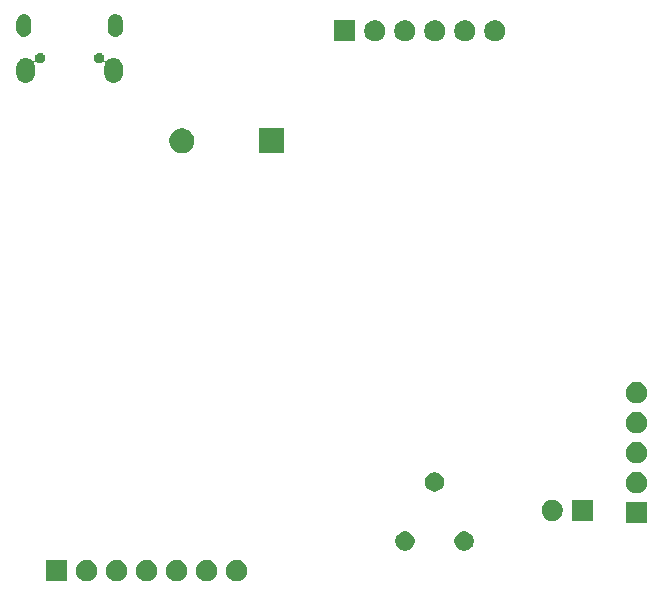
<source format=gbr>
G04 #@! TF.GenerationSoftware,KiCad,Pcbnew,5.1.5-52549c5~84~ubuntu18.04.1*
G04 #@! TF.CreationDate,2020-02-13T09:09:10+01:00*
G04 #@! TF.ProjectId,project,70726f6a-6563-4742-9e6b-696361645f70,rev?*
G04 #@! TF.SameCoordinates,Original*
G04 #@! TF.FileFunction,Soldermask,Bot*
G04 #@! TF.FilePolarity,Negative*
%FSLAX46Y46*%
G04 Gerber Fmt 4.6, Leading zero omitted, Abs format (unit mm)*
G04 Created by KiCad (PCBNEW 5.1.5-52549c5~84~ubuntu18.04.1) date 2020-02-13 09:09:10*
%MOMM*%
%LPD*%
G04 APERTURE LIST*
%ADD10C,0.100000*%
G04 APERTURE END LIST*
D10*
G36*
X64353512Y-82103927D02*
G01*
X64502812Y-82133624D01*
X64666784Y-82201544D01*
X64814354Y-82300147D01*
X64939853Y-82425646D01*
X65038456Y-82573216D01*
X65106376Y-82737188D01*
X65141000Y-82911259D01*
X65141000Y-83088741D01*
X65106376Y-83262812D01*
X65038456Y-83426784D01*
X64939853Y-83574354D01*
X64814354Y-83699853D01*
X64666784Y-83798456D01*
X64502812Y-83866376D01*
X64353512Y-83896073D01*
X64328742Y-83901000D01*
X64151258Y-83901000D01*
X64126488Y-83896073D01*
X63977188Y-83866376D01*
X63813216Y-83798456D01*
X63665646Y-83699853D01*
X63540147Y-83574354D01*
X63441544Y-83426784D01*
X63373624Y-83262812D01*
X63339000Y-83088741D01*
X63339000Y-82911259D01*
X63373624Y-82737188D01*
X63441544Y-82573216D01*
X63540147Y-82425646D01*
X63665646Y-82300147D01*
X63813216Y-82201544D01*
X63977188Y-82133624D01*
X64126488Y-82103927D01*
X64151258Y-82099000D01*
X64328742Y-82099000D01*
X64353512Y-82103927D01*
G37*
G36*
X61813512Y-82103927D02*
G01*
X61962812Y-82133624D01*
X62126784Y-82201544D01*
X62274354Y-82300147D01*
X62399853Y-82425646D01*
X62498456Y-82573216D01*
X62566376Y-82737188D01*
X62601000Y-82911259D01*
X62601000Y-83088741D01*
X62566376Y-83262812D01*
X62498456Y-83426784D01*
X62399853Y-83574354D01*
X62274354Y-83699853D01*
X62126784Y-83798456D01*
X61962812Y-83866376D01*
X61813512Y-83896073D01*
X61788742Y-83901000D01*
X61611258Y-83901000D01*
X61586488Y-83896073D01*
X61437188Y-83866376D01*
X61273216Y-83798456D01*
X61125646Y-83699853D01*
X61000147Y-83574354D01*
X60901544Y-83426784D01*
X60833624Y-83262812D01*
X60799000Y-83088741D01*
X60799000Y-82911259D01*
X60833624Y-82737188D01*
X60901544Y-82573216D01*
X61000147Y-82425646D01*
X61125646Y-82300147D01*
X61273216Y-82201544D01*
X61437188Y-82133624D01*
X61586488Y-82103927D01*
X61611258Y-82099000D01*
X61788742Y-82099000D01*
X61813512Y-82103927D01*
G37*
G36*
X49901000Y-83901000D02*
G01*
X48099000Y-83901000D01*
X48099000Y-82099000D01*
X49901000Y-82099000D01*
X49901000Y-83901000D01*
G37*
G36*
X51653512Y-82103927D02*
G01*
X51802812Y-82133624D01*
X51966784Y-82201544D01*
X52114354Y-82300147D01*
X52239853Y-82425646D01*
X52338456Y-82573216D01*
X52406376Y-82737188D01*
X52441000Y-82911259D01*
X52441000Y-83088741D01*
X52406376Y-83262812D01*
X52338456Y-83426784D01*
X52239853Y-83574354D01*
X52114354Y-83699853D01*
X51966784Y-83798456D01*
X51802812Y-83866376D01*
X51653512Y-83896073D01*
X51628742Y-83901000D01*
X51451258Y-83901000D01*
X51426488Y-83896073D01*
X51277188Y-83866376D01*
X51113216Y-83798456D01*
X50965646Y-83699853D01*
X50840147Y-83574354D01*
X50741544Y-83426784D01*
X50673624Y-83262812D01*
X50639000Y-83088741D01*
X50639000Y-82911259D01*
X50673624Y-82737188D01*
X50741544Y-82573216D01*
X50840147Y-82425646D01*
X50965646Y-82300147D01*
X51113216Y-82201544D01*
X51277188Y-82133624D01*
X51426488Y-82103927D01*
X51451258Y-82099000D01*
X51628742Y-82099000D01*
X51653512Y-82103927D01*
G37*
G36*
X54193512Y-82103927D02*
G01*
X54342812Y-82133624D01*
X54506784Y-82201544D01*
X54654354Y-82300147D01*
X54779853Y-82425646D01*
X54878456Y-82573216D01*
X54946376Y-82737188D01*
X54981000Y-82911259D01*
X54981000Y-83088741D01*
X54946376Y-83262812D01*
X54878456Y-83426784D01*
X54779853Y-83574354D01*
X54654354Y-83699853D01*
X54506784Y-83798456D01*
X54342812Y-83866376D01*
X54193512Y-83896073D01*
X54168742Y-83901000D01*
X53991258Y-83901000D01*
X53966488Y-83896073D01*
X53817188Y-83866376D01*
X53653216Y-83798456D01*
X53505646Y-83699853D01*
X53380147Y-83574354D01*
X53281544Y-83426784D01*
X53213624Y-83262812D01*
X53179000Y-83088741D01*
X53179000Y-82911259D01*
X53213624Y-82737188D01*
X53281544Y-82573216D01*
X53380147Y-82425646D01*
X53505646Y-82300147D01*
X53653216Y-82201544D01*
X53817188Y-82133624D01*
X53966488Y-82103927D01*
X53991258Y-82099000D01*
X54168742Y-82099000D01*
X54193512Y-82103927D01*
G37*
G36*
X56733512Y-82103927D02*
G01*
X56882812Y-82133624D01*
X57046784Y-82201544D01*
X57194354Y-82300147D01*
X57319853Y-82425646D01*
X57418456Y-82573216D01*
X57486376Y-82737188D01*
X57521000Y-82911259D01*
X57521000Y-83088741D01*
X57486376Y-83262812D01*
X57418456Y-83426784D01*
X57319853Y-83574354D01*
X57194354Y-83699853D01*
X57046784Y-83798456D01*
X56882812Y-83866376D01*
X56733512Y-83896073D01*
X56708742Y-83901000D01*
X56531258Y-83901000D01*
X56506488Y-83896073D01*
X56357188Y-83866376D01*
X56193216Y-83798456D01*
X56045646Y-83699853D01*
X55920147Y-83574354D01*
X55821544Y-83426784D01*
X55753624Y-83262812D01*
X55719000Y-83088741D01*
X55719000Y-82911259D01*
X55753624Y-82737188D01*
X55821544Y-82573216D01*
X55920147Y-82425646D01*
X56045646Y-82300147D01*
X56193216Y-82201544D01*
X56357188Y-82133624D01*
X56506488Y-82103927D01*
X56531258Y-82099000D01*
X56708742Y-82099000D01*
X56733512Y-82103927D01*
G37*
G36*
X59273512Y-82103927D02*
G01*
X59422812Y-82133624D01*
X59586784Y-82201544D01*
X59734354Y-82300147D01*
X59859853Y-82425646D01*
X59958456Y-82573216D01*
X60026376Y-82737188D01*
X60061000Y-82911259D01*
X60061000Y-83088741D01*
X60026376Y-83262812D01*
X59958456Y-83426784D01*
X59859853Y-83574354D01*
X59734354Y-83699853D01*
X59586784Y-83798456D01*
X59422812Y-83866376D01*
X59273512Y-83896073D01*
X59248742Y-83901000D01*
X59071258Y-83901000D01*
X59046488Y-83896073D01*
X58897188Y-83866376D01*
X58733216Y-83798456D01*
X58585646Y-83699853D01*
X58460147Y-83574354D01*
X58361544Y-83426784D01*
X58293624Y-83262812D01*
X58259000Y-83088741D01*
X58259000Y-82911259D01*
X58293624Y-82737188D01*
X58361544Y-82573216D01*
X58460147Y-82425646D01*
X58585646Y-82300147D01*
X58733216Y-82201544D01*
X58897188Y-82133624D01*
X59046488Y-82103927D01*
X59071258Y-82099000D01*
X59248742Y-82099000D01*
X59273512Y-82103927D01*
G37*
G36*
X78737142Y-79718242D02*
G01*
X78885101Y-79779529D01*
X79018255Y-79868499D01*
X79131501Y-79981745D01*
X79220471Y-80114899D01*
X79281758Y-80262858D01*
X79313000Y-80419925D01*
X79313000Y-80580075D01*
X79281758Y-80737142D01*
X79220471Y-80885101D01*
X79131501Y-81018255D01*
X79018255Y-81131501D01*
X78885101Y-81220471D01*
X78737142Y-81281758D01*
X78580075Y-81313000D01*
X78419925Y-81313000D01*
X78262858Y-81281758D01*
X78114899Y-81220471D01*
X77981745Y-81131501D01*
X77868499Y-81018255D01*
X77779529Y-80885101D01*
X77718242Y-80737142D01*
X77687000Y-80580075D01*
X77687000Y-80419925D01*
X77718242Y-80262858D01*
X77779529Y-80114899D01*
X77868499Y-79981745D01*
X77981745Y-79868499D01*
X78114899Y-79779529D01*
X78262858Y-79718242D01*
X78419925Y-79687000D01*
X78580075Y-79687000D01*
X78737142Y-79718242D01*
G37*
G36*
X83737142Y-79718242D02*
G01*
X83885101Y-79779529D01*
X84018255Y-79868499D01*
X84131501Y-79981745D01*
X84220471Y-80114899D01*
X84281758Y-80262858D01*
X84313000Y-80419925D01*
X84313000Y-80580075D01*
X84281758Y-80737142D01*
X84220471Y-80885101D01*
X84131501Y-81018255D01*
X84018255Y-81131501D01*
X83885101Y-81220471D01*
X83737142Y-81281758D01*
X83580075Y-81313000D01*
X83419925Y-81313000D01*
X83262858Y-81281758D01*
X83114899Y-81220471D01*
X82981745Y-81131501D01*
X82868499Y-81018255D01*
X82779529Y-80885101D01*
X82718242Y-80737142D01*
X82687000Y-80580075D01*
X82687000Y-80419925D01*
X82718242Y-80262858D01*
X82779529Y-80114899D01*
X82868499Y-79981745D01*
X82981745Y-79868499D01*
X83114899Y-79779529D01*
X83262858Y-79718242D01*
X83419925Y-79687000D01*
X83580075Y-79687000D01*
X83737142Y-79718242D01*
G37*
G36*
X99001000Y-79001000D02*
G01*
X97199000Y-79001000D01*
X97199000Y-77199000D01*
X99001000Y-77199000D01*
X99001000Y-79001000D01*
G37*
G36*
X94401000Y-78801000D02*
G01*
X92599000Y-78801000D01*
X92599000Y-76999000D01*
X94401000Y-76999000D01*
X94401000Y-78801000D01*
G37*
G36*
X91073512Y-77003927D02*
G01*
X91222812Y-77033624D01*
X91386784Y-77101544D01*
X91534354Y-77200147D01*
X91659853Y-77325646D01*
X91758456Y-77473216D01*
X91826376Y-77637188D01*
X91861000Y-77811259D01*
X91861000Y-77988741D01*
X91826376Y-78162812D01*
X91758456Y-78326784D01*
X91659853Y-78474354D01*
X91534354Y-78599853D01*
X91386784Y-78698456D01*
X91222812Y-78766376D01*
X91073512Y-78796073D01*
X91048742Y-78801000D01*
X90871258Y-78801000D01*
X90846488Y-78796073D01*
X90697188Y-78766376D01*
X90533216Y-78698456D01*
X90385646Y-78599853D01*
X90260147Y-78474354D01*
X90161544Y-78326784D01*
X90093624Y-78162812D01*
X90059000Y-77988741D01*
X90059000Y-77811259D01*
X90093624Y-77637188D01*
X90161544Y-77473216D01*
X90260147Y-77325646D01*
X90385646Y-77200147D01*
X90533216Y-77101544D01*
X90697188Y-77033624D01*
X90846488Y-77003927D01*
X90871258Y-76999000D01*
X91048742Y-76999000D01*
X91073512Y-77003927D01*
G37*
G36*
X98213512Y-74663927D02*
G01*
X98362812Y-74693624D01*
X98526784Y-74761544D01*
X98674354Y-74860147D01*
X98799853Y-74985646D01*
X98898456Y-75133216D01*
X98966376Y-75297188D01*
X99001000Y-75471259D01*
X99001000Y-75648741D01*
X98966376Y-75822812D01*
X98898456Y-75986784D01*
X98799853Y-76134354D01*
X98674354Y-76259853D01*
X98526784Y-76358456D01*
X98362812Y-76426376D01*
X98213512Y-76456073D01*
X98188742Y-76461000D01*
X98011258Y-76461000D01*
X97986488Y-76456073D01*
X97837188Y-76426376D01*
X97673216Y-76358456D01*
X97525646Y-76259853D01*
X97400147Y-76134354D01*
X97301544Y-75986784D01*
X97233624Y-75822812D01*
X97199000Y-75648741D01*
X97199000Y-75471259D01*
X97233624Y-75297188D01*
X97301544Y-75133216D01*
X97400147Y-74985646D01*
X97525646Y-74860147D01*
X97673216Y-74761544D01*
X97837188Y-74693624D01*
X97986488Y-74663927D01*
X98011258Y-74659000D01*
X98188742Y-74659000D01*
X98213512Y-74663927D01*
G37*
G36*
X81237142Y-74718242D02*
G01*
X81385101Y-74779529D01*
X81518255Y-74868499D01*
X81631501Y-74981745D01*
X81720471Y-75114899D01*
X81781758Y-75262858D01*
X81813000Y-75419925D01*
X81813000Y-75580075D01*
X81781758Y-75737142D01*
X81720471Y-75885101D01*
X81631501Y-76018255D01*
X81518255Y-76131501D01*
X81385101Y-76220471D01*
X81237142Y-76281758D01*
X81080075Y-76313000D01*
X80919925Y-76313000D01*
X80762858Y-76281758D01*
X80614899Y-76220471D01*
X80481745Y-76131501D01*
X80368499Y-76018255D01*
X80279529Y-75885101D01*
X80218242Y-75737142D01*
X80187000Y-75580075D01*
X80187000Y-75419925D01*
X80218242Y-75262858D01*
X80279529Y-75114899D01*
X80368499Y-74981745D01*
X80481745Y-74868499D01*
X80614899Y-74779529D01*
X80762858Y-74718242D01*
X80919925Y-74687000D01*
X81080075Y-74687000D01*
X81237142Y-74718242D01*
G37*
G36*
X98213512Y-72123927D02*
G01*
X98362812Y-72153624D01*
X98526784Y-72221544D01*
X98674354Y-72320147D01*
X98799853Y-72445646D01*
X98898456Y-72593216D01*
X98966376Y-72757188D01*
X99001000Y-72931259D01*
X99001000Y-73108741D01*
X98966376Y-73282812D01*
X98898456Y-73446784D01*
X98799853Y-73594354D01*
X98674354Y-73719853D01*
X98526784Y-73818456D01*
X98362812Y-73886376D01*
X98213512Y-73916073D01*
X98188742Y-73921000D01*
X98011258Y-73921000D01*
X97986488Y-73916073D01*
X97837188Y-73886376D01*
X97673216Y-73818456D01*
X97525646Y-73719853D01*
X97400147Y-73594354D01*
X97301544Y-73446784D01*
X97233624Y-73282812D01*
X97199000Y-73108741D01*
X97199000Y-72931259D01*
X97233624Y-72757188D01*
X97301544Y-72593216D01*
X97400147Y-72445646D01*
X97525646Y-72320147D01*
X97673216Y-72221544D01*
X97837188Y-72153624D01*
X97986488Y-72123927D01*
X98011258Y-72119000D01*
X98188742Y-72119000D01*
X98213512Y-72123927D01*
G37*
G36*
X98213512Y-69583927D02*
G01*
X98362812Y-69613624D01*
X98526784Y-69681544D01*
X98674354Y-69780147D01*
X98799853Y-69905646D01*
X98898456Y-70053216D01*
X98966376Y-70217188D01*
X99001000Y-70391259D01*
X99001000Y-70568741D01*
X98966376Y-70742812D01*
X98898456Y-70906784D01*
X98799853Y-71054354D01*
X98674354Y-71179853D01*
X98526784Y-71278456D01*
X98362812Y-71346376D01*
X98213512Y-71376073D01*
X98188742Y-71381000D01*
X98011258Y-71381000D01*
X97986488Y-71376073D01*
X97837188Y-71346376D01*
X97673216Y-71278456D01*
X97525646Y-71179853D01*
X97400147Y-71054354D01*
X97301544Y-70906784D01*
X97233624Y-70742812D01*
X97199000Y-70568741D01*
X97199000Y-70391259D01*
X97233624Y-70217188D01*
X97301544Y-70053216D01*
X97400147Y-69905646D01*
X97525646Y-69780147D01*
X97673216Y-69681544D01*
X97837188Y-69613624D01*
X97986488Y-69583927D01*
X98011258Y-69579000D01*
X98188742Y-69579000D01*
X98213512Y-69583927D01*
G37*
G36*
X98213512Y-67043927D02*
G01*
X98362812Y-67073624D01*
X98526784Y-67141544D01*
X98674354Y-67240147D01*
X98799853Y-67365646D01*
X98898456Y-67513216D01*
X98966376Y-67677188D01*
X99001000Y-67851259D01*
X99001000Y-68028741D01*
X98966376Y-68202812D01*
X98898456Y-68366784D01*
X98799853Y-68514354D01*
X98674354Y-68639853D01*
X98526784Y-68738456D01*
X98362812Y-68806376D01*
X98213512Y-68836073D01*
X98188742Y-68841000D01*
X98011258Y-68841000D01*
X97986488Y-68836073D01*
X97837188Y-68806376D01*
X97673216Y-68738456D01*
X97525646Y-68639853D01*
X97400147Y-68514354D01*
X97301544Y-68366784D01*
X97233624Y-68202812D01*
X97199000Y-68028741D01*
X97199000Y-67851259D01*
X97233624Y-67677188D01*
X97301544Y-67513216D01*
X97400147Y-67365646D01*
X97525646Y-67240147D01*
X97673216Y-67141544D01*
X97837188Y-67073624D01*
X97986488Y-67043927D01*
X98011258Y-67039000D01*
X98188742Y-67039000D01*
X98213512Y-67043927D01*
G37*
G36*
X68251000Y-47651000D02*
G01*
X66149000Y-47651000D01*
X66149000Y-45549000D01*
X68251000Y-45549000D01*
X68251000Y-47651000D01*
G37*
G36*
X59906564Y-45589389D02*
G01*
X60097833Y-45668615D01*
X60097835Y-45668616D01*
X60269973Y-45783635D01*
X60416365Y-45930027D01*
X60531385Y-46102167D01*
X60610611Y-46293436D01*
X60651000Y-46496484D01*
X60651000Y-46703516D01*
X60610611Y-46906564D01*
X60531385Y-47097833D01*
X60531384Y-47097835D01*
X60416365Y-47269973D01*
X60269973Y-47416365D01*
X60097835Y-47531384D01*
X60097834Y-47531385D01*
X60097833Y-47531385D01*
X59906564Y-47610611D01*
X59703516Y-47651000D01*
X59496484Y-47651000D01*
X59293436Y-47610611D01*
X59102167Y-47531385D01*
X59102166Y-47531385D01*
X59102165Y-47531384D01*
X58930027Y-47416365D01*
X58783635Y-47269973D01*
X58668616Y-47097835D01*
X58668615Y-47097833D01*
X58589389Y-46906564D01*
X58549000Y-46703516D01*
X58549000Y-46496484D01*
X58589389Y-46293436D01*
X58668615Y-46102167D01*
X58783635Y-45930027D01*
X58930027Y-45783635D01*
X59102165Y-45668616D01*
X59102167Y-45668615D01*
X59293436Y-45589389D01*
X59496484Y-45549000D01*
X59703516Y-45549000D01*
X59906564Y-45589389D01*
G37*
G36*
X52731552Y-39166331D02*
G01*
X52813627Y-39200328D01*
X52813629Y-39200329D01*
X52850813Y-39225175D01*
X52887495Y-39249685D01*
X52950315Y-39312505D01*
X52999672Y-39386373D01*
X53033669Y-39468448D01*
X53051000Y-39555579D01*
X53051000Y-39644421D01*
X53033193Y-39733946D01*
X53027490Y-39752743D01*
X53025087Y-39777129D01*
X53027488Y-39801515D01*
X53034600Y-39824964D01*
X53046151Y-39846575D01*
X53061695Y-39865518D01*
X53080637Y-39881063D01*
X53102247Y-39892615D01*
X53125696Y-39899729D01*
X53150082Y-39902132D01*
X53174468Y-39899731D01*
X53197917Y-39892619D01*
X53219528Y-39881068D01*
X53238471Y-39865524D01*
X53246711Y-39856432D01*
X53273628Y-39823634D01*
X53391797Y-39726655D01*
X53526599Y-39654602D01*
X53672880Y-39610228D01*
X53825000Y-39595246D01*
X53977121Y-39610228D01*
X54123402Y-39654602D01*
X54258204Y-39726655D01*
X54258207Y-39726657D01*
X54258208Y-39726658D01*
X54376369Y-39823631D01*
X54467573Y-39934762D01*
X54473345Y-39941796D01*
X54545398Y-40076598D01*
X54589772Y-40222879D01*
X54601000Y-40336882D01*
X54601000Y-40963118D01*
X54589772Y-41077121D01*
X54545398Y-41223402D01*
X54473345Y-41358204D01*
X54376367Y-41476372D01*
X54258206Y-41573343D01*
X54123401Y-41645398D01*
X53977120Y-41689772D01*
X53825000Y-41704754D01*
X53672879Y-41689772D01*
X53526598Y-41645398D01*
X53391796Y-41573345D01*
X53273628Y-41476367D01*
X53176657Y-41358206D01*
X53104602Y-41223401D01*
X53060228Y-41077120D01*
X53049000Y-40963117D01*
X53049000Y-40336882D01*
X53060228Y-40222879D01*
X53106402Y-40070664D01*
X53111052Y-40059439D01*
X53115833Y-40035405D01*
X53115833Y-40010901D01*
X53111054Y-39986868D01*
X53101677Y-39964229D01*
X53088064Y-39943854D01*
X53070737Y-39926527D01*
X53050363Y-39912912D01*
X53027725Y-39903534D01*
X53003691Y-39898753D01*
X52979187Y-39898753D01*
X52955154Y-39903532D01*
X52932515Y-39912909D01*
X52912140Y-39926522D01*
X52903048Y-39934762D01*
X52887496Y-39950314D01*
X52813629Y-39999671D01*
X52813628Y-39999672D01*
X52813627Y-39999672D01*
X52731552Y-40033669D01*
X52644421Y-40051000D01*
X52555579Y-40051000D01*
X52468448Y-40033669D01*
X52386373Y-39999672D01*
X52386372Y-39999672D01*
X52386371Y-39999671D01*
X52312504Y-39950314D01*
X52249686Y-39887496D01*
X52249602Y-39887370D01*
X52200328Y-39813627D01*
X52166331Y-39731552D01*
X52149000Y-39644421D01*
X52149000Y-39555579D01*
X52166331Y-39468448D01*
X52200328Y-39386373D01*
X52249685Y-39312505D01*
X52312505Y-39249685D01*
X52349187Y-39225175D01*
X52386371Y-39200329D01*
X52386373Y-39200328D01*
X52468448Y-39166331D01*
X52555579Y-39149000D01*
X52644421Y-39149000D01*
X52731552Y-39166331D01*
G37*
G36*
X47731552Y-39166331D02*
G01*
X47813627Y-39200328D01*
X47813629Y-39200329D01*
X47850813Y-39225175D01*
X47887495Y-39249685D01*
X47950315Y-39312505D01*
X47999672Y-39386373D01*
X48033669Y-39468448D01*
X48051000Y-39555579D01*
X48051000Y-39644421D01*
X48033669Y-39731552D01*
X47999672Y-39813627D01*
X47950399Y-39887370D01*
X47950314Y-39887496D01*
X47887496Y-39950314D01*
X47813629Y-39999671D01*
X47813628Y-39999672D01*
X47813627Y-39999672D01*
X47731552Y-40033669D01*
X47644421Y-40051000D01*
X47555579Y-40051000D01*
X47468448Y-40033669D01*
X47386373Y-39999672D01*
X47386372Y-39999672D01*
X47386371Y-39999671D01*
X47312504Y-39950314D01*
X47296952Y-39934762D01*
X47278010Y-39919217D01*
X47256399Y-39907666D01*
X47232950Y-39900553D01*
X47208564Y-39898151D01*
X47184178Y-39900553D01*
X47160729Y-39907666D01*
X47139118Y-39919217D01*
X47120176Y-39934762D01*
X47104631Y-39953704D01*
X47093080Y-39975315D01*
X47085967Y-39998764D01*
X47083565Y-40023150D01*
X47085967Y-40047536D01*
X47093080Y-40070985D01*
X47094796Y-40074614D01*
X47139772Y-40222879D01*
X47151000Y-40336882D01*
X47151000Y-40963118D01*
X47139772Y-41077121D01*
X47095398Y-41223402D01*
X47023345Y-41358204D01*
X46926367Y-41476372D01*
X46808206Y-41573343D01*
X46673401Y-41645398D01*
X46527120Y-41689772D01*
X46375000Y-41704754D01*
X46222879Y-41689772D01*
X46076598Y-41645398D01*
X45941796Y-41573345D01*
X45823628Y-41476367D01*
X45726657Y-41358206D01*
X45654602Y-41223401D01*
X45610228Y-41077120D01*
X45599000Y-40963117D01*
X45599000Y-40336882D01*
X45610228Y-40222879D01*
X45654601Y-40076600D01*
X45726657Y-39941794D01*
X45823632Y-39823631D01*
X45865363Y-39789383D01*
X45941793Y-39726658D01*
X45941794Y-39726657D01*
X45941797Y-39726655D01*
X46076599Y-39654602D01*
X46222880Y-39610228D01*
X46375000Y-39595246D01*
X46527121Y-39610228D01*
X46673402Y-39654602D01*
X46808204Y-39726655D01*
X46926372Y-39823633D01*
X46953288Y-39856430D01*
X46970615Y-39873757D01*
X46990989Y-39887370D01*
X47013628Y-39896748D01*
X47037661Y-39901528D01*
X47062165Y-39901528D01*
X47086199Y-39896748D01*
X47108837Y-39887370D01*
X47129212Y-39873756D01*
X47146539Y-39856429D01*
X47160152Y-39836055D01*
X47169530Y-39813416D01*
X47174310Y-39789383D01*
X47174310Y-39764879D01*
X47169530Y-39740845D01*
X47166490Y-39732351D01*
X47149000Y-39644421D01*
X47149000Y-39555579D01*
X47166331Y-39468448D01*
X47200328Y-39386373D01*
X47249685Y-39312505D01*
X47312505Y-39249685D01*
X47349187Y-39225175D01*
X47386371Y-39200329D01*
X47386373Y-39200328D01*
X47468448Y-39166331D01*
X47555579Y-39149000D01*
X47644421Y-39149000D01*
X47731552Y-39166331D01*
G37*
G36*
X78593512Y-36403927D02*
G01*
X78742812Y-36433624D01*
X78906784Y-36501544D01*
X79054354Y-36600147D01*
X79179853Y-36725646D01*
X79278456Y-36873216D01*
X79346376Y-37037188D01*
X79376073Y-37186488D01*
X79379904Y-37205746D01*
X79381000Y-37211259D01*
X79381000Y-37388741D01*
X79346376Y-37562812D01*
X79278456Y-37726784D01*
X79179853Y-37874354D01*
X79054354Y-37999853D01*
X78906784Y-38098456D01*
X78742812Y-38166376D01*
X78593512Y-38196073D01*
X78568742Y-38201000D01*
X78391258Y-38201000D01*
X78366488Y-38196073D01*
X78217188Y-38166376D01*
X78053216Y-38098456D01*
X77905646Y-37999853D01*
X77780147Y-37874354D01*
X77681544Y-37726784D01*
X77613624Y-37562812D01*
X77579000Y-37388741D01*
X77579000Y-37211259D01*
X77580097Y-37205746D01*
X77583927Y-37186488D01*
X77613624Y-37037188D01*
X77681544Y-36873216D01*
X77780147Y-36725646D01*
X77905646Y-36600147D01*
X78053216Y-36501544D01*
X78217188Y-36433624D01*
X78366488Y-36403927D01*
X78391258Y-36399000D01*
X78568742Y-36399000D01*
X78593512Y-36403927D01*
G37*
G36*
X76053512Y-36403927D02*
G01*
X76202812Y-36433624D01*
X76366784Y-36501544D01*
X76514354Y-36600147D01*
X76639853Y-36725646D01*
X76738456Y-36873216D01*
X76806376Y-37037188D01*
X76836073Y-37186488D01*
X76839904Y-37205746D01*
X76841000Y-37211259D01*
X76841000Y-37388741D01*
X76806376Y-37562812D01*
X76738456Y-37726784D01*
X76639853Y-37874354D01*
X76514354Y-37999853D01*
X76366784Y-38098456D01*
X76202812Y-38166376D01*
X76053512Y-38196073D01*
X76028742Y-38201000D01*
X75851258Y-38201000D01*
X75826488Y-38196073D01*
X75677188Y-38166376D01*
X75513216Y-38098456D01*
X75365646Y-37999853D01*
X75240147Y-37874354D01*
X75141544Y-37726784D01*
X75073624Y-37562812D01*
X75039000Y-37388741D01*
X75039000Y-37211259D01*
X75040097Y-37205746D01*
X75043927Y-37186488D01*
X75073624Y-37037188D01*
X75141544Y-36873216D01*
X75240147Y-36725646D01*
X75365646Y-36600147D01*
X75513216Y-36501544D01*
X75677188Y-36433624D01*
X75826488Y-36403927D01*
X75851258Y-36399000D01*
X76028742Y-36399000D01*
X76053512Y-36403927D01*
G37*
G36*
X74301000Y-38201000D02*
G01*
X72499000Y-38201000D01*
X72499000Y-36399000D01*
X74301000Y-36399000D01*
X74301000Y-38201000D01*
G37*
G36*
X81133512Y-36403927D02*
G01*
X81282812Y-36433624D01*
X81446784Y-36501544D01*
X81594354Y-36600147D01*
X81719853Y-36725646D01*
X81818456Y-36873216D01*
X81886376Y-37037188D01*
X81916073Y-37186488D01*
X81919904Y-37205746D01*
X81921000Y-37211259D01*
X81921000Y-37388741D01*
X81886376Y-37562812D01*
X81818456Y-37726784D01*
X81719853Y-37874354D01*
X81594354Y-37999853D01*
X81446784Y-38098456D01*
X81282812Y-38166376D01*
X81133512Y-38196073D01*
X81108742Y-38201000D01*
X80931258Y-38201000D01*
X80906488Y-38196073D01*
X80757188Y-38166376D01*
X80593216Y-38098456D01*
X80445646Y-37999853D01*
X80320147Y-37874354D01*
X80221544Y-37726784D01*
X80153624Y-37562812D01*
X80119000Y-37388741D01*
X80119000Y-37211259D01*
X80120097Y-37205746D01*
X80123927Y-37186488D01*
X80153624Y-37037188D01*
X80221544Y-36873216D01*
X80320147Y-36725646D01*
X80445646Y-36600147D01*
X80593216Y-36501544D01*
X80757188Y-36433624D01*
X80906488Y-36403927D01*
X80931258Y-36399000D01*
X81108742Y-36399000D01*
X81133512Y-36403927D01*
G37*
G36*
X83673512Y-36403927D02*
G01*
X83822812Y-36433624D01*
X83986784Y-36501544D01*
X84134354Y-36600147D01*
X84259853Y-36725646D01*
X84358456Y-36873216D01*
X84426376Y-37037188D01*
X84456073Y-37186488D01*
X84459904Y-37205746D01*
X84461000Y-37211259D01*
X84461000Y-37388741D01*
X84426376Y-37562812D01*
X84358456Y-37726784D01*
X84259853Y-37874354D01*
X84134354Y-37999853D01*
X83986784Y-38098456D01*
X83822812Y-38166376D01*
X83673512Y-38196073D01*
X83648742Y-38201000D01*
X83471258Y-38201000D01*
X83446488Y-38196073D01*
X83297188Y-38166376D01*
X83133216Y-38098456D01*
X82985646Y-37999853D01*
X82860147Y-37874354D01*
X82761544Y-37726784D01*
X82693624Y-37562812D01*
X82659000Y-37388741D01*
X82659000Y-37211259D01*
X82660097Y-37205746D01*
X82663927Y-37186488D01*
X82693624Y-37037188D01*
X82761544Y-36873216D01*
X82860147Y-36725646D01*
X82985646Y-36600147D01*
X83133216Y-36501544D01*
X83297188Y-36433624D01*
X83446488Y-36403927D01*
X83471258Y-36399000D01*
X83648742Y-36399000D01*
X83673512Y-36403927D01*
G37*
G36*
X86213512Y-36403927D02*
G01*
X86362812Y-36433624D01*
X86526784Y-36501544D01*
X86674354Y-36600147D01*
X86799853Y-36725646D01*
X86898456Y-36873216D01*
X86966376Y-37037188D01*
X86996073Y-37186488D01*
X86999904Y-37205746D01*
X87001000Y-37211259D01*
X87001000Y-37388741D01*
X86966376Y-37562812D01*
X86898456Y-37726784D01*
X86799853Y-37874354D01*
X86674354Y-37999853D01*
X86526784Y-38098456D01*
X86362812Y-38166376D01*
X86213512Y-38196073D01*
X86188742Y-38201000D01*
X86011258Y-38201000D01*
X85986488Y-38196073D01*
X85837188Y-38166376D01*
X85673216Y-38098456D01*
X85525646Y-37999853D01*
X85400147Y-37874354D01*
X85301544Y-37726784D01*
X85233624Y-37562812D01*
X85199000Y-37388741D01*
X85199000Y-37211259D01*
X85200097Y-37205746D01*
X85203927Y-37186488D01*
X85233624Y-37037188D01*
X85301544Y-36873216D01*
X85400147Y-36725646D01*
X85525646Y-36600147D01*
X85673216Y-36501544D01*
X85837188Y-36433624D01*
X85986488Y-36403927D01*
X86011258Y-36399000D01*
X86188742Y-36399000D01*
X86213512Y-36403927D01*
G37*
G36*
X54097715Y-35908058D02*
G01*
X54215722Y-35943855D01*
X54324468Y-36001981D01*
X54419790Y-36080210D01*
X54498019Y-36175532D01*
X54556145Y-36284278D01*
X54591942Y-36402285D01*
X54601000Y-36494254D01*
X54601000Y-37205746D01*
X54591942Y-37297715D01*
X54556145Y-37415722D01*
X54498019Y-37524468D01*
X54419790Y-37619790D01*
X54324468Y-37698019D01*
X54215721Y-37756145D01*
X54097714Y-37791942D01*
X53975000Y-37804028D01*
X53852285Y-37791942D01*
X53734278Y-37756145D01*
X53625532Y-37698019D01*
X53530210Y-37619790D01*
X53451981Y-37524468D01*
X53393855Y-37415721D01*
X53358058Y-37297714D01*
X53349000Y-37205745D01*
X53349000Y-36494254D01*
X53358058Y-36402285D01*
X53393855Y-36284279D01*
X53451982Y-36175532D01*
X53530211Y-36080210D01*
X53625533Y-36001981D01*
X53734279Y-35943855D01*
X53852286Y-35908058D01*
X53975000Y-35895972D01*
X54097715Y-35908058D01*
G37*
G36*
X46347715Y-35908058D02*
G01*
X46465722Y-35943855D01*
X46574468Y-36001981D01*
X46669790Y-36080210D01*
X46748019Y-36175532D01*
X46806145Y-36284278D01*
X46841942Y-36402285D01*
X46851000Y-36494254D01*
X46851000Y-37205746D01*
X46841942Y-37297715D01*
X46806145Y-37415722D01*
X46748019Y-37524468D01*
X46669790Y-37619790D01*
X46574468Y-37698019D01*
X46465721Y-37756145D01*
X46347714Y-37791942D01*
X46225000Y-37804028D01*
X46102285Y-37791942D01*
X45984278Y-37756145D01*
X45875532Y-37698019D01*
X45780210Y-37619790D01*
X45701981Y-37524468D01*
X45643855Y-37415721D01*
X45608058Y-37297714D01*
X45599000Y-37205745D01*
X45599000Y-36494254D01*
X45608058Y-36402285D01*
X45643855Y-36284279D01*
X45701982Y-36175532D01*
X45780211Y-36080210D01*
X45875533Y-36001981D01*
X45984279Y-35943855D01*
X46102286Y-35908058D01*
X46225000Y-35895972D01*
X46347715Y-35908058D01*
G37*
M02*

</source>
